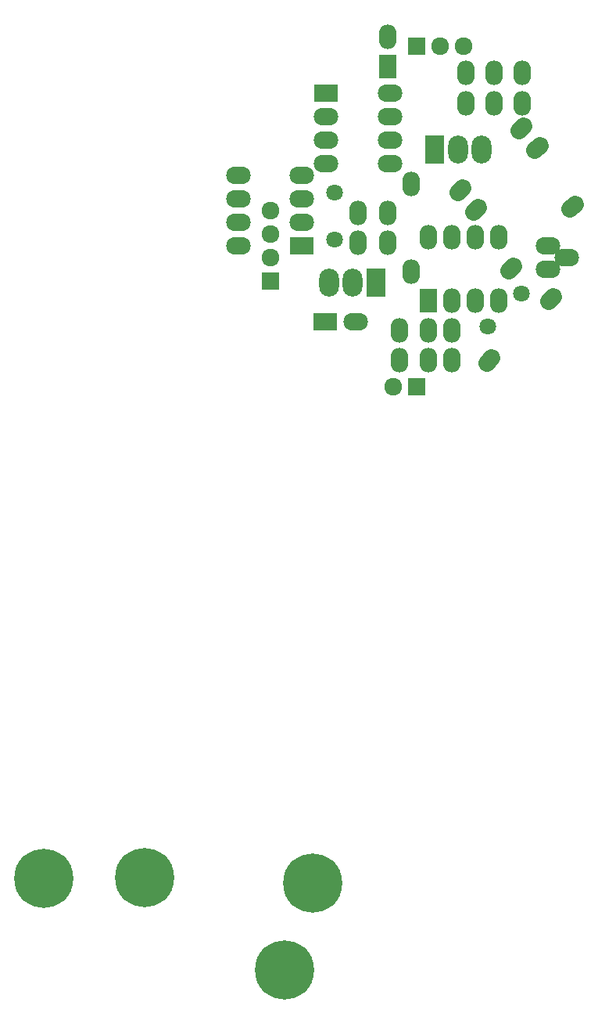
<source format=gbs>
G04 (created by PCBNEW (2013-07-07 BZR 4022)-stable) date 6/17/2014 7:27:19 PM*
%MOIN*%
G04 Gerber Fmt 3.4, Leading zero omitted, Abs format*
%FSLAX34Y34*%
G01*
G70*
G90*
G04 APERTURE LIST*
%ADD10C,0.00393701*%
%ADD11C,0.251968*%
%ADD12R,0.075748X0.075748*%
%ADD13C,0.075748*%
%ADD14C,0.070748*%
%ADD15O,0.104248X0.074748*%
%ADD16R,0.084748X0.119248*%
%ADD17O,0.084748X0.119248*%
%ADD18O,0.074748X0.104248*%
%ADD19C,0.074748*%
%ADD20R,0.074748X0.104248*%
%ADD21R,0.104248X0.074748*%
G04 APERTURE END LIST*
G54D10*
G54D11*
X81050Y-83150D03*
X79850Y-86850D03*
G54D12*
X79250Y-57500D03*
G54D13*
X79250Y-56500D03*
X79250Y-55500D03*
X79250Y-54500D03*
G54D12*
X85500Y-47500D03*
G54D13*
X86500Y-47500D03*
X87500Y-47500D03*
G54D12*
X85500Y-62000D03*
G54D13*
X84500Y-62000D03*
G54D14*
X82000Y-55750D03*
X82000Y-53750D03*
X88542Y-59457D03*
X89957Y-58042D03*
G54D15*
X91102Y-56000D03*
X91897Y-56500D03*
X91102Y-57000D03*
G54D16*
X86250Y-51922D03*
G54D17*
X87250Y-51922D03*
X88250Y-51922D03*
G54D16*
X83750Y-57577D03*
G54D17*
X82750Y-57577D03*
X81750Y-57577D03*
G54D18*
X86000Y-60897D03*
X86000Y-59602D03*
X84750Y-60897D03*
X84750Y-59602D03*
X87000Y-59602D03*
X87000Y-60897D03*
X87600Y-49947D03*
X87600Y-48652D03*
X88800Y-49947D03*
X88800Y-48652D03*
X90000Y-49947D03*
X90000Y-48652D03*
X84250Y-55897D03*
X84250Y-54602D03*
X83000Y-54602D03*
X83000Y-55897D03*
G54D19*
X90750Y-51750D02*
X90541Y-51958D01*
X88130Y-54369D02*
X87921Y-54578D01*
X88500Y-61000D02*
X88708Y-60791D01*
X91119Y-58380D02*
X91328Y-58171D01*
X92250Y-54250D02*
X92041Y-54458D01*
X89630Y-56869D02*
X89421Y-57078D01*
X87250Y-53750D02*
X87458Y-53541D01*
X89869Y-51130D02*
X90078Y-50921D01*
G54D18*
X85250Y-57102D03*
X85250Y-53397D03*
G54D11*
X69600Y-82950D03*
X73900Y-82900D03*
G54D20*
X84250Y-48397D03*
G54D18*
X84250Y-47102D03*
G54D21*
X81602Y-59250D03*
G54D15*
X82897Y-59250D03*
G54D21*
X81647Y-49500D03*
G54D15*
X81647Y-50500D03*
X81647Y-51500D03*
X81647Y-52500D03*
X84352Y-52500D03*
X84352Y-51500D03*
X84352Y-49500D03*
X84352Y-50500D03*
G54D21*
X80602Y-56000D03*
G54D15*
X80602Y-55000D03*
X80602Y-54000D03*
X80602Y-53000D03*
X77897Y-53000D03*
X77897Y-54000D03*
X77897Y-56000D03*
X77897Y-55000D03*
G54D20*
X86000Y-58352D03*
G54D18*
X87000Y-58352D03*
X88000Y-58352D03*
X89000Y-58352D03*
X89000Y-55647D03*
X88000Y-55647D03*
X86000Y-55647D03*
X87000Y-55647D03*
M02*

</source>
